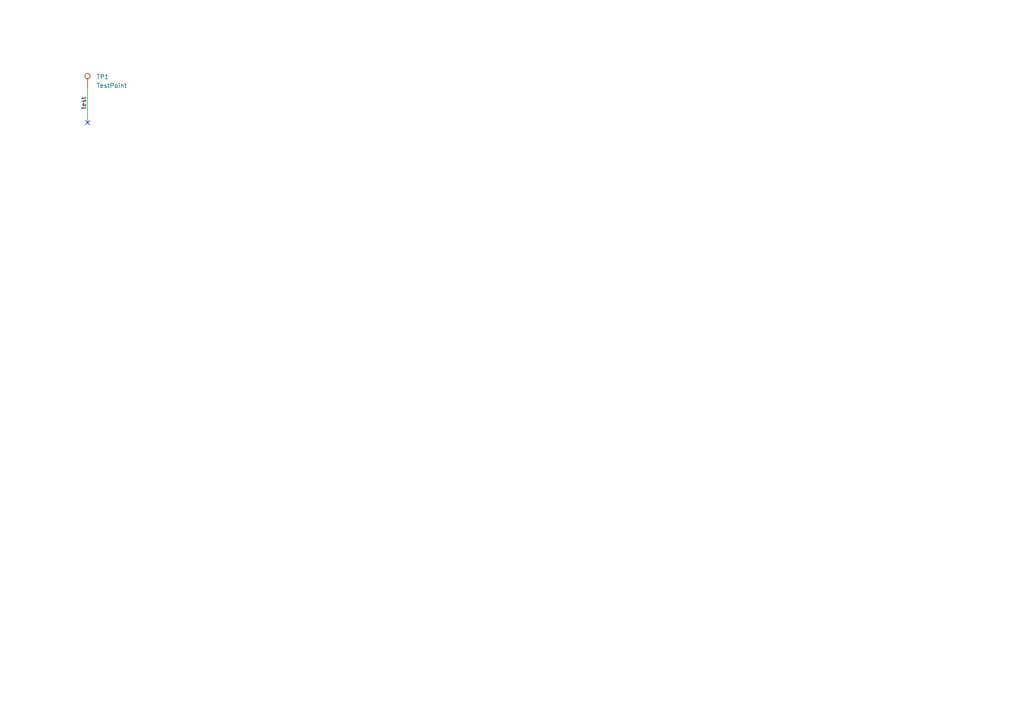
<source format=kicad_sch>
(kicad_sch (version 20210621) (generator eeschema)
  (paper "A4")
  (lib_symbols
    (symbol "Connector:TestPoint" (pin_numbers hide) (pin_names (offset 0.762) hide)
      (property "Reference" "TP" (at 0 6.858 0))
      (property "Value" "TestPoint" (at 0 5.08 0))
      (symbol "TestPoint_0_1"
        (circle (center 0 3.302) (radius 0.762))
      )
      (symbol "TestPoint_1_1"
        (pin passive line (at 0 0 90) (length 2.54) (name "1") (number "1"))
      )
    )
  )
  (no_connect (at 25.4 35.56))
  (wire (pts (xy 25.4 25.4) (xy 25.4 35.56)))
  (label "test" (at 25.4 31.75 90))
  (symbol (lib_id "Connector:TestPoint") (at 25.4 25.4 0) (unit 1)
    (property "Reference" "TP1" (at 27.94 22.2884 0) (effects (justify left)))
    (property "Value" "TestPoint" (at 27.94 24.8284 0) (effects (justify left)))
  )
)
</source>
